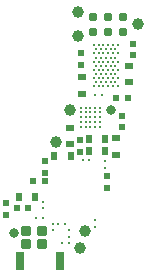
<source format=gbr>
G04 #@! TF.GenerationSoftware,KiCad,Pcbnew,7.0.10-7.0.10~ubuntu20.04.1*
G04 #@! TF.CreationDate,2024-01-02T22:15:02+00:00*
G04 #@! TF.ProjectId,yote,796f7465-2e6b-4696-9361-645f70636258,rev?*
G04 #@! TF.SameCoordinates,Original*
G04 #@! TF.FileFunction,Soldermask,Top*
G04 #@! TF.FilePolarity,Negative*
%FSLAX46Y46*%
G04 Gerber Fmt 4.6, Leading zero omitted, Abs format (unit mm)*
G04 Created by KiCad (PCBNEW 7.0.10-7.0.10~ubuntu20.04.1) date 2024-01-02 22:15:02*
%MOMM*%
%LPD*%
G01*
G04 APERTURE LIST*
G04 Aperture macros list*
%AMRoundRect*
0 Rectangle with rounded corners*
0 $1 Rounding radius*
0 $2 $3 $4 $5 $6 $7 $8 $9 X,Y pos of 4 corners*
0 Add a 4 corners polygon primitive as box body*
4,1,4,$2,$3,$4,$5,$6,$7,$8,$9,$2,$3,0*
0 Add four circle primitives for the rounded corners*
1,1,$1+$1,$2,$3*
1,1,$1+$1,$4,$5*
1,1,$1+$1,$6,$7*
1,1,$1+$1,$8,$9*
0 Add four rect primitives between the rounded corners*
20,1,$1+$1,$2,$3,$4,$5,0*
20,1,$1+$1,$4,$5,$6,$7,0*
20,1,$1+$1,$6,$7,$8,$9,0*
20,1,$1+$1,$8,$9,$2,$3,0*%
G04 Aperture macros list end*
%ADD10R,0.600000X0.500000*%
%ADD11R,0.600000X0.800000*%
%ADD12R,0.500000X0.600000*%
%ADD13RoundRect,0.100000X0.350000X0.300000X-0.350000X0.300000X-0.350000X-0.300000X0.350000X-0.300000X0*%
%ADD14RoundRect,0.100000X-0.350000X-0.300000X0.350000X-0.300000X0.350000X0.300000X-0.350000X0.300000X0*%
%ADD15R,0.270000X0.250000*%
%ADD16C,1.000000*%
%ADD17C,0.243840*%
%ADD18R,0.800000X0.600000*%
%ADD19R,0.250000X0.270000*%
%ADD20C,0.152400*%
%ADD21C,0.220000*%
%ADD22R,0.800000X1.600000*%
%ADD23R,0.700000X0.600000*%
%ADD24C,0.990600*%
%ADD25C,0.787400*%
%ADD26C,0.800000*%
G04 APERTURE END LIST*
D10*
X32450000Y47870000D03*
X33450000Y47870000D03*
D11*
X28640000Y43000000D03*
X27240000Y43000000D03*
D12*
X26450000Y42590000D03*
X26450000Y41590000D03*
D13*
X26240000Y36630000D03*
D14*
X24840000Y36630000D03*
X24840000Y35530000D03*
D13*
X26240000Y35530000D03*
D11*
X30150000Y43410000D03*
X31550000Y43410000D03*
D15*
X26290000Y38570000D03*
X26290000Y39120000D03*
D16*
X27400000Y44210000D03*
X27400000Y44210000D03*
D17*
X30600000Y52365000D03*
X31000000Y52365000D03*
X31400000Y52365000D03*
X31800000Y52365000D03*
X32200000Y52365000D03*
X32600000Y52365000D03*
X30800000Y52020000D03*
X31200000Y52020000D03*
X31600000Y52020000D03*
X32000000Y52020000D03*
X32400000Y52020000D03*
X30600000Y51675000D03*
X31000000Y51675000D03*
X31400000Y51675000D03*
X31800000Y51675000D03*
X32200000Y51675000D03*
X32600000Y51675000D03*
X30800000Y51330000D03*
X31200000Y51330000D03*
X31600000Y51330000D03*
X32000000Y51330000D03*
X32400000Y51330000D03*
X30600000Y50985000D03*
X31000000Y50985000D03*
X31400000Y50985000D03*
X31800000Y50985000D03*
X32200000Y50985000D03*
X32600000Y50985000D03*
X30800000Y50640000D03*
X31200000Y50640000D03*
X31600000Y50640000D03*
X32000000Y50640000D03*
X32400000Y50640000D03*
X30600000Y50295000D03*
X31000000Y50295000D03*
X31400000Y50295000D03*
X31800000Y50295000D03*
X32200000Y50295000D03*
X32600000Y50295000D03*
X30800000Y49950000D03*
X31200000Y49950000D03*
X31600000Y49950000D03*
X32000000Y49950000D03*
X32400000Y49950000D03*
X30600000Y49605000D03*
X31000000Y49605000D03*
X31400000Y49605000D03*
X31800000Y49605000D03*
X32200000Y49605000D03*
X32600000Y49605000D03*
X30800000Y49260000D03*
X31200000Y49260000D03*
X31600000Y49260000D03*
X32000000Y49260000D03*
X32400000Y49260000D03*
X30600000Y48915000D03*
X31000000Y48915000D03*
X31400000Y48915000D03*
X31800000Y48915000D03*
X32200000Y48915000D03*
X32600000Y48915000D03*
D18*
X32430000Y44510000D03*
X32430000Y43110000D03*
D15*
X28445000Y36720000D03*
X28445000Y36170000D03*
D19*
X31245000Y48170000D03*
X30695000Y48170000D03*
D20*
X27260000Y38130000D03*
X27260000Y38480000D03*
X27260000Y38830000D03*
X27260000Y39530000D03*
X27260000Y40230000D03*
X27260000Y40930000D03*
X27260000Y41630000D03*
X27260000Y41980000D03*
X27610000Y38130000D03*
X27610000Y38480000D03*
X27610000Y39180000D03*
X27610000Y39530000D03*
X27610000Y39880000D03*
X27610000Y40230000D03*
X27610000Y40580000D03*
X27610000Y40930000D03*
X27610000Y41280000D03*
X27610000Y41630000D03*
X27610000Y41980000D03*
X27960000Y38480000D03*
X27960000Y39180000D03*
X27960000Y39530000D03*
X27960000Y39880000D03*
X27960000Y40230000D03*
X27960000Y40580000D03*
X27960000Y40930000D03*
X27960000Y41280000D03*
X27960000Y41630000D03*
X28310000Y38130000D03*
X28310000Y38480000D03*
X28310000Y41280000D03*
X28310000Y41630000D03*
X28310000Y41980000D03*
X28660000Y38480000D03*
X28660000Y38830000D03*
X28660000Y39180000D03*
X28660000Y39530000D03*
X28660000Y39880000D03*
X28660000Y40230000D03*
X28660000Y40580000D03*
X28660000Y41280000D03*
X28660000Y41630000D03*
X29010000Y38130000D03*
X29010000Y38480000D03*
X29010000Y38830000D03*
X29010000Y39530000D03*
X29010000Y39880000D03*
X29010000Y40230000D03*
X29010000Y40580000D03*
X29010000Y41280000D03*
X29010000Y41630000D03*
X29010000Y41980000D03*
X29360000Y38480000D03*
X29360000Y38830000D03*
X29360000Y39530000D03*
X29360000Y39880000D03*
X29360000Y40230000D03*
X29360000Y40580000D03*
X29360000Y41280000D03*
X29360000Y41630000D03*
X29710000Y38130000D03*
X29710000Y38480000D03*
X29710000Y38830000D03*
X29710000Y41280000D03*
X29710000Y41630000D03*
X29710000Y41980000D03*
X30060000Y38480000D03*
X30060000Y38830000D03*
X30060000Y39180000D03*
X30060000Y39530000D03*
X30060000Y39880000D03*
X30060000Y40230000D03*
X30060000Y40580000D03*
X30060000Y40930000D03*
X30060000Y41280000D03*
X30060000Y41630000D03*
X30410000Y38130000D03*
X30410000Y38480000D03*
X30410000Y38830000D03*
X30410000Y39180000D03*
X30410000Y39530000D03*
X30410000Y39880000D03*
X30410000Y40230000D03*
X30410000Y40580000D03*
X30410000Y40930000D03*
X30410000Y41280000D03*
X30410000Y41630000D03*
X30410000Y41980000D03*
X30760000Y38130000D03*
X30760000Y38830000D03*
X30760000Y39530000D03*
X30760000Y40230000D03*
X30760000Y40930000D03*
X30760000Y41630000D03*
X30760000Y41980000D03*
D10*
X25430000Y40880000D03*
X26430000Y40880000D03*
D15*
X31550000Y41995000D03*
X31550000Y42545000D03*
D21*
X31090000Y47080000D03*
X31090000Y46680000D03*
X31090000Y46280000D03*
X31090000Y45880000D03*
X31090000Y45480000D03*
X30690000Y47080000D03*
X30690000Y46680000D03*
X30690000Y46280000D03*
X30690000Y45880000D03*
X30690000Y45480000D03*
X30290000Y47080000D03*
X30290000Y46680000D03*
X30290000Y46280000D03*
X30290000Y45880000D03*
X30290000Y45480000D03*
X29890000Y47080000D03*
X29890000Y46680000D03*
X29890000Y46280000D03*
X29890000Y45880000D03*
X29890000Y45480000D03*
X29490000Y47080000D03*
X29490000Y46680000D03*
X29490000Y46280000D03*
X29490000Y45880000D03*
X29490000Y45480000D03*
D22*
X27710000Y34110000D03*
X24310000Y34110000D03*
D15*
X30650000Y37565000D03*
X30650000Y37015000D03*
D10*
X24050000Y38630000D03*
X25050000Y38630000D03*
D19*
X28120000Y37250000D03*
X27570000Y37250000D03*
D12*
X32980000Y46410000D03*
X32980000Y45410000D03*
X33910000Y52510000D03*
X33910000Y51510000D03*
X29440000Y43310000D03*
X29440000Y44310000D03*
D15*
X27120000Y37255000D03*
X27120000Y36705000D03*
D18*
X29570000Y48270000D03*
X29570000Y49670000D03*
D19*
X29655000Y42650000D03*
X30205000Y42650000D03*
D18*
X33560000Y50630000D03*
X33560000Y49230000D03*
D23*
X28540000Y45400000D03*
D18*
X28540000Y44000000D03*
D12*
X31740000Y40310000D03*
X31740000Y41310000D03*
D16*
X29420000Y35220000D03*
X29420000Y35220000D03*
D11*
X31570000Y44400000D03*
X30170000Y44400000D03*
D12*
X23190000Y39030000D03*
X23190000Y38030000D03*
D19*
X26255000Y37770000D03*
X25705000Y37770000D03*
D16*
X29820000Y36670000D03*
X29820000Y36670000D03*
D12*
X29540000Y50690000D03*
X29540000Y51690000D03*
D16*
X28600000Y46890000D03*
X28600000Y46890000D03*
D19*
X28445000Y35620000D03*
X27895000Y35620000D03*
D24*
X34320000Y54130000D03*
X29240000Y53114000D03*
X29240000Y55146000D03*
D25*
X33050000Y54765000D03*
X33050000Y53495000D03*
X31780000Y54765000D03*
X31780000Y53495000D03*
X30510000Y54765000D03*
X30510000Y53495000D03*
D11*
X25620000Y39490000D03*
X24220000Y39490000D03*
D26*
X32000001Y46880001D03*
X23845471Y36465017D03*
M02*

</source>
